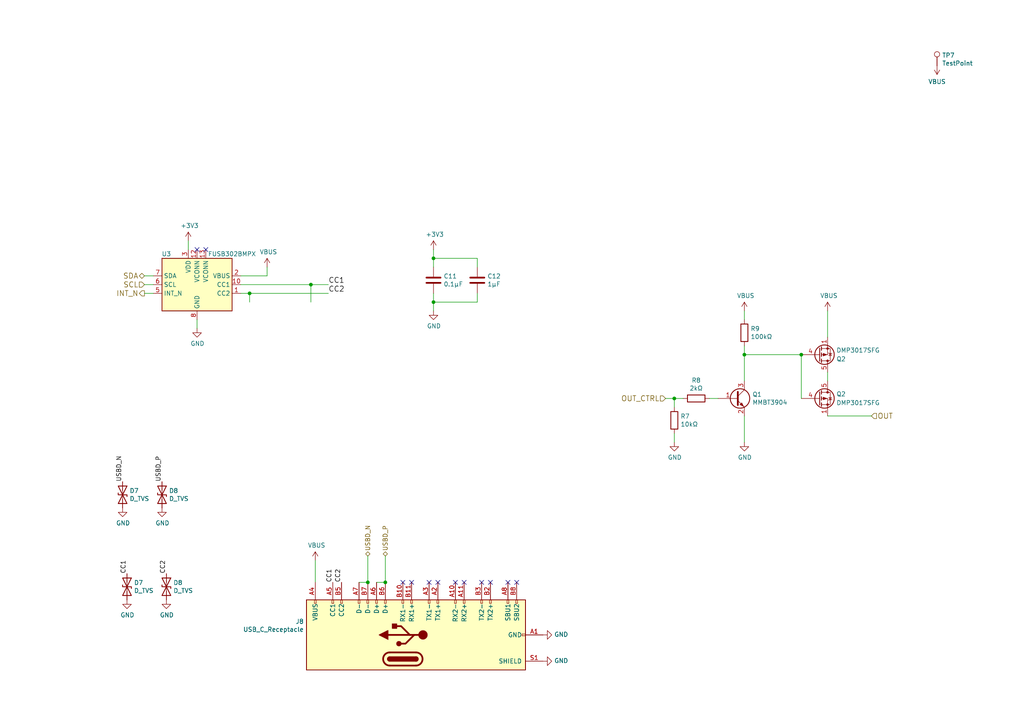
<source format=kicad_sch>
(kicad_sch (version 20230121) (generator eeschema)
  (paper "A4")
  (lib_symbols
    (symbol "Connector:TestPoint" (pin_numbers hide) (pin_names (offset 0.762) hide)
      (property "Reference" "TP" (at 0 6.858 0))
      (property "Value" "TestPoint" (at 0 5.08 0))
      (symbol "TestPoint_0_1"
        (circle (center 0 3.302) (radius 0.762))
      )
      (symbol "TestPoint_1_1"
        (pin passive line (at 0 0 90) (length 2.54) (name "1") (number "1"))
      )
    )
    (symbol "Device:C" (pin_numbers hide) (pin_names (offset 0.254))
      (property "Reference" "C" (at 0.635 2.54 0))
      (property "Value" "C" (at 0.635 -2.54 0))
      (symbol "C_0_1"
        (polyline (pts (xy -2.032 -0.762) (xy 2.032 -0.762)) (stroke (width 0.508)))
        (polyline (pts (xy -2.032 0.762) (xy 2.032 0.762)) (stroke (width 0.508)))
      )
      (symbol "C_1_1"
        (pin passive line (at 0 3.81 270) (length 2.794) (name "~") (number "1"))
        (pin passive line (at 0 -3.81 90) (length 2.794) (name "~") (number "2"))
      )
    )
    (symbol "Device:D_TVS" (pin_numbers hide) (pin_names (offset 1.016) hide)
      (property "Reference" "D" (at 0 2.54 0))
      (property "Value" "D_TVS" (at 0 -2.54 0))
      (symbol "D_TVS_0_1"
        (polyline (pts (xy 1.27 0) (xy -1.27 0)))
        (polyline (pts (xy 0.508 1.27) (xy 0 1.27) (xy 0 -1.27) (xy -0.508 -1.27)) (stroke (width 0.254)))
        (polyline (pts (xy -2.54 1.27) (xy -2.54 -1.27) (xy 2.54 1.27) (xy 2.54 -1.27) (xy -2.54 1.27)) (stroke (width 0.254)))
      )
      (symbol "D_TVS_1_1"
        (pin passive line (at -3.81 0 0) (length 2.54) (name "A1") (number "1"))
        (pin passive line (at 3.81 0 180) (length 2.54) (name "A2") (number "2"))
      )
    )
    (symbol "Device:R" (pin_numbers hide) (pin_names (offset 0))
      (property "Reference" "R" (at 2.032 0 90))
      (property "Value" "R" (at 0 0 90))
      (symbol "R_0_1"
        (rectangle (start -1.016 -2.54) (end 1.016 2.54) (stroke (width 0.254)))
      )
      (symbol "R_1_1"
        (pin passive line (at 0 3.81 270) (length 1.27) (name "~") (number "1"))
        (pin passive line (at 0 -3.81 90) (length 1.27) (name "~") (number "2"))
      )
    )
    (symbol "Interface_USB:FUSB302BMPX"
      (property "Reference" "U" (at -10.16 8.89 0))
      (property "Value" "FUSB302BMPX" (at 3.81 8.89 0))
      (symbol "FUSB302BMPX_0_1"
        (rectangle (start -10.16 7.62) (end 10.16 -7.62) (stroke (width 0.254)) (fill (type background)))
      )
      (symbol "FUSB302BMPX_1_1"
        (pin bidirectional line (at 12.7 -2.54 180) (length 2.54) (name "CC2") (number "1"))
        (pin bidirectional line (at 12.7 0 180) (length 2.54) (name "CC1") (number "10"))
        (pin bidirectional line (at 12.7 0 180) (length 2.54) hide (name "CC1") (number "11"))
        (pin power_in line (at 0 10.16 270) (length 2.54) (name "VCONN") (number "12"))
        (pin power_in line (at 2.54 10.16 270) (length 2.54) (name "VCONN") (number "13"))
        (pin bidirectional line (at 12.7 -2.54 180) (length 2.54) hide (name "CC2") (number "14"))
        (pin passive line (at 0 -10.16 90) (length 2.54) hide (name "GND") (number "15"))
        (pin input line (at 12.7 2.54 180) (length 2.54) (name "VBUS") (number "2"))
        (pin power_in line (at -2.54 10.16 270) (length 2.54) (name "VDD") (number "3"))
        (pin passive line (at -2.54 10.16 270) (length 2.54) hide (name "VDD") (number "4"))
        (pin open_collector line (at -12.7 -2.54 0) (length 2.54) (name "INT_N") (number "5"))
        (pin input line (at -12.7 0 0) (length 2.54) (name "SCL") (number "6"))
        (pin bidirectional line (at -12.7 2.54 0) (length 2.54) (name "SDA") (number "7"))
        (pin power_in line (at 0 -10.16 90) (length 2.54) (name "GND") (number "8"))
        (pin passive line (at 0 -10.16 90) (length 2.54) hide (name "GND") (number "9"))
      )
    )
    (symbol "SmallKat-v2-rescue:USB_C_Receptacle-Connector-SmallKat-v2-rescue-SmallKat-v2-rescue-SmallKat-v2-rescue-SmallKat-v2-rescue-SmallKat-v2-rescue-SmallKat-v2-rescue-SmallKat-v2-rescue-SmallKat-v2-rescue-SmallKat-v2-rescue-SmallKat-v2-rescue-SmallKat-v2-rescue-SmallKat-v2-rescue-SmallKat-v2-rescue-SmallKat-v2-rescue" (pin_names (offset 1.016))
      (property "Reference" "J" (at -10.16 29.21 0))
      (property "Value" "SmallKat-v2-rescue_USB_C_Receptacle-Connector-SmallKat-v2-rescue-SmallKat-v2-rescue-SmallKat-v2-rescue-SmallKat-v2-rescue-SmallKat-v2-rescue-SmallKat-v2-rescue-SmallKat-v2-rescue-SmallKat-v2-rescue-SmallKat-v2-rescue-SmallKat-v2-rescue-SmallKat-v2-rescue-SmallKat-v2-rescue-SmallKat-v2-rescue-SmallKat-v2-rescue" (at 10.16 29.21 0))
      (symbol "USB_C_Receptacle-Connector-SmallKat-v2-rescue-SmallKat-v2-rescue-SmallKat-v2-rescue-SmallKat-v2-rescue-SmallKat-v2-rescue-SmallKat-v2-rescue-SmallKat-v2-rescue-SmallKat-v2-rescue-SmallKat-v2-rescue-SmallKat-v2-rescue-SmallKat-v2-rescue-SmallKat-v2-rescue-SmallKat-v2-rescue-SmallKat-v2-rescue_0_0"
        (rectangle (start -0.254 -35.56) (end 0.254 -34.544))
        (rectangle (start 10.16 -32.766) (end 9.144 -33.274))
        (rectangle (start 10.16 -30.226) (end 9.144 -30.734))
        (rectangle (start 10.16 -25.146) (end 9.144 -25.654))
        (rectangle (start 10.16 -22.606) (end 9.144 -23.114))
        (rectangle (start 10.16 -17.526) (end 9.144 -18.034))
        (rectangle (start 10.16 -14.986) (end 9.144 -15.494))
        (rectangle (start 10.16 -9.906) (end 9.144 -10.414))
        (rectangle (start 10.16 -7.366) (end 9.144 -7.874))
        (rectangle (start 10.16 -2.286) (end 9.144 -2.794))
        (rectangle (start 10.16 0.254) (end 9.144 -0.254))
        (rectangle (start 10.16 5.334) (end 9.144 4.826))
        (rectangle (start 10.16 7.874) (end 9.144 7.366))
        (rectangle (start 10.16 10.414) (end 9.144 9.906))
        (rectangle (start 10.16 12.954) (end 9.144 12.446))
        (rectangle (start 10.16 18.034) (end 9.144 17.526))
        (rectangle (start 10.16 20.574) (end 9.144 20.066))
        (rectangle (start 10.16 25.654) (end 9.144 25.146))
      )
      (symbol "USB_C_Receptacle-Connector-SmallKat-v2-rescue-SmallKat-v2-rescue-SmallKat-v2-rescue-SmallKat-v2-rescue-SmallKat-v2-rescue-SmallKat-v2-rescue-SmallKat-v2-rescue-SmallKat-v2-rescue-SmallKat-v2-rescue-SmallKat-v2-rescue-SmallKat-v2-rescue-SmallKat-v2-rescue-SmallKat-v2-rescue-SmallKat-v2-rescue_0_1"
        (rectangle (start -10.16 27.94) (end 10.16 -35.56) (stroke (width 0.254)) (fill (type background)))
        (arc (start -8.89 -3.81) (mid -6.985 -5.7067) (end -5.08 -3.81) (stroke (width 0.508)))
        (arc (start -7.62 -3.81) (mid -6.985 -4.4423) (end -6.35 -3.81) (stroke (width 0.254)))
        (arc (start -7.62 -3.81) (mid -6.985 -4.4423) (end -6.35 -3.81) (stroke (width 0.254)) (fill (type outline)))
        (rectangle (start -7.62 -3.81) (end -6.35 3.81) (stroke (width 0.254)) (fill (type outline)))
        (arc (start -6.35 3.81) (mid -6.985 4.4423) (end -7.62 3.81) (stroke (width 0.254)))
        (arc (start -6.35 3.81) (mid -6.985 4.4423) (end -7.62 3.81) (stroke (width 0.254)) (fill (type outline)))
        (arc (start -5.08 3.81) (mid -6.985 5.7067) (end -8.89 3.81) (stroke (width 0.508)))
        (polyline (pts (xy -8.89 -3.81) (xy -8.89 3.81)) (stroke (width 0.508)))
        (polyline (pts (xy -5.08 3.81) (xy -5.08 -3.81)) (stroke (width 0.508)))
      )
      (symbol "USB_C_Receptacle-Connector-SmallKat-v2-rescue-SmallKat-v2-rescue-SmallKat-v2-rescue-SmallKat-v2-rescue-SmallKat-v2-rescue-SmallKat-v2-rescue-SmallKat-v2-rescue-SmallKat-v2-rescue-SmallKat-v2-rescue-SmallKat-v2-rescue-SmallKat-v2-rescue-SmallKat-v2-rescue-SmallKat-v2-rescue-SmallKat-v2-rescue_1_1"
        (circle (center -2.54 1.143) (radius 0.635) (stroke (width 0.254)) (fill (type outline)))
        (circle (center 0 -5.842) (radius 1.27) (fill (type outline)))
        (polyline (pts (xy 0 -5.842) (xy 0 4.318)) (stroke (width 0.508)))
        (polyline (pts (xy 0 -3.302) (xy -2.54 -0.762) (xy -2.54 0.508)) (stroke (width 0.508)))
        (polyline (pts (xy 0 -2.032) (xy 2.54 0.508) (xy 2.54 1.778)) (stroke (width 0.508)))
        (polyline (pts (xy -1.27 4.318) (xy 0 6.858) (xy 1.27 4.318) (xy -1.27 4.318)) (stroke (width 0.254)) (fill (type outline)))
        (rectangle (start 1.905 1.778) (end 3.175 3.048) (stroke (width 0.254)) (fill (type outline)))
        (pin power_in line (at 0 -40.64 90) (length 5.08) (name "GND") (number "A1"))
        (pin bidirectional line (at 15.24 -15.24 180) (length 5.08) (name "RX2-") (number "A10"))
        (pin bidirectional line (at 15.24 -17.78 180) (length 5.08) (name "RX2+") (number "A11"))
        (pin passive line (at 0 -40.64 90) (length 5.08) hide (name "GND") (number "A12"))
        (pin bidirectional line (at 15.24 -10.16 180) (length 5.08) (name "TX1+") (number "A2"))
        (pin bidirectional line (at 15.24 -7.62 180) (length 5.08) (name "TX1-") (number "A3"))
        (pin power_in line (at 15.24 25.4 180) (length 5.08) (name "VBUS") (number "A4"))
        (pin bidirectional line (at 15.24 20.32 180) (length 5.08) (name "CC1") (number "A5"))
        (pin bidirectional line (at 15.24 7.62 180) (length 5.08) (name "D+") (number "A6"))
        (pin bidirectional line (at 15.24 12.7 180) (length 5.08) (name "D-") (number "A7"))
        (pin bidirectional line (at 15.24 -30.48 180) (length 5.08) (name "SBU1") (number "A8"))
        (pin passive line (at 15.24 25.4 180) (length 5.08) hide (name "VBUS") (number "A9"))
        (pin passive line (at 0 -40.64 90) (length 5.08) hide (name "GND") (number "B1"))
        (pin bidirectional line (at 15.24 0 180) (length 5.08) (name "RX1-") (number "B10"))
        (pin bidirectional line (at 15.24 -2.54 180) (length 5.08) (name "RX1+") (number "B11"))
        (pin passive line (at 0 -40.64 90) (length 5.08) hide (name "GND") (number "B12"))
        (pin bidirectional line (at 15.24 -25.4 180) (length 5.08) (name "TX2+") (number "B2"))
        (pin bidirectional line (at 15.24 -22.86 180) (length 5.08) (name "TX2-") (number "B3"))
        (pin passive line (at 15.24 25.4 180) (length 5.08) hide (name "VBUS") (number "B4"))
        (pin bidirectional line (at 15.24 17.78 180) (length 5.08) (name "CC2") (number "B5"))
        (pin bidirectional line (at 15.24 5.08 180) (length 5.08) (name "D+") (number "B6"))
        (pin bidirectional line (at 15.24 10.16 180) (length 5.08) (name "D-") (number "B7"))
        (pin bidirectional line (at 15.24 -33.02 180) (length 5.08) (name "SBU2") (number "B8"))
        (pin passive line (at 15.24 25.4 180) (length 5.08) hide (name "VBUS") (number "B9"))
        (pin passive line (at -7.62 -40.64 90) (length 5.08) (name "SHIELD") (number "S1"))
      )
    )
    (symbol "Transistor_BJT:MMBT3904" (pin_names (offset 0) hide)
      (property "Reference" "Q" (at 5.08 1.905 0))
      (property "Value" "MMBT3904" (at 5.08 0 0))
      (symbol "MMBT3904_0_1"
        (polyline (pts (xy 0.635 0.635) (xy 2.54 2.54)))
        (polyline (pts (xy 0.635 -0.635) (xy 2.54 -2.54) (xy 2.54 -2.54)))
        (polyline (pts (xy 0.635 1.905) (xy 0.635 -1.905) (xy 0.635 -1.905)) (stroke (width 0.508)))
        (polyline (pts (xy 1.27 -1.778) (xy 1.778 -1.27) (xy 2.286 -2.286) (xy 1.27 -1.778) (xy 1.27 -1.778)) (fill (type outline)))
        (circle (center 1.27 0) (radius 2.8194) (stroke (width 0.254)))
      )
      (symbol "MMBT3904_1_1"
        (pin input line (at -5.08 0 0) (length 5.715) (name "B") (number "1"))
        (pin passive line (at 2.54 -5.08 90) (length 2.54) (name "E") (number "2"))
        (pin passive line (at 2.54 5.08 270) (length 2.54) (name "C") (number "3"))
      )
    )
    (symbol "pd-buddy-sink-rescue:DMP3017SFG-pd-buddy" (pin_names (offset 0) hide)
      (property "Reference" "Q" (at 5.08 1.27 0))
      (property "Value" "pd-buddy:DMP3017SFG" (at 5.08 -1.27 0))
      (symbol "DMP3017SFG-pd-buddy_0_1"
        (polyline (pts (xy 0.762 -1.778) (xy 2.54 -1.778)))
        (polyline (pts (xy 0.762 -1.27) (xy 0.762 -2.286)) (stroke (width 0.254)))
        (polyline (pts (xy 0.762 0) (xy 2.54 0)))
        (polyline (pts (xy 0.762 0.508) (xy 0.762 -0.508)) (stroke (width 0.254)))
        (polyline (pts (xy 0.762 1.778) (xy 2.54 1.778)))
        (polyline (pts (xy 0.762 2.286) (xy 0.762 1.27)) (stroke (width 0.254)))
        (polyline (pts (xy 2.54 -1.778) (xy 2.54 -2.54)))
        (polyline (pts (xy 2.54 -1.778) (xy 2.54 0)))
        (polyline (pts (xy 2.54 2.54) (xy 2.54 1.778)))
        (polyline (pts (xy 0.254 1.905) (xy 0.254 -1.905) (xy 0.254 -1.905)) (stroke (width 0.254)))
        (polyline (pts (xy 2.286 0) (xy 1.27 -0.381) (xy 1.27 0.381) (xy 2.286 0)) (fill (type outline)))
        (polyline (pts (xy 2.54 -1.778) (xy 3.302 -1.778) (xy 3.302 1.778) (xy 2.54 1.778)))
        (polyline (pts (xy 2.794 -0.508) (xy 2.921 -0.381) (xy 3.683 -0.381) (xy 3.81 -0.254)))
        (polyline (pts (xy 3.302 -0.381) (xy 2.921 0.254) (xy 3.683 0.254) (xy 3.302 -0.381)))
        (circle (center 1.651 0) (radius 2.8194) (stroke (width 0.254)))
        (circle (center 2.54 -1.778) (radius 0.2794) (fill (type outline)))
        (circle (center 2.54 1.778) (radius 0.2794) (fill (type outline)))
      )
      (symbol "DMP3017SFG-pd-buddy_1_1"
        (pin passive line (at 2.54 -5.08 90) (length 2.54) (name "S") (number "1"))
        (pin passive line (at 2.54 -5.08 90) (length 2.54) hide (name "S") (number "2"))
        (pin passive line (at 2.54 -5.08 90) (length 2.54) hide (name "S") (number "3"))
        (pin input line (at -5.08 0 0) (length 5.334) (name "G") (number "4"))
        (pin passive line (at 2.54 5.08 270) (length 2.54) (name "D") (number "5"))
      )
    )
    (symbol "power:+3V3" (power) (pin_names (offset 0))
      (property "Value" "+3V3" (at 0 3.556 0))
      (symbol "+3V3_0_1"
        (polyline (pts (xy -0.762 1.27) (xy 0 2.54)))
        (polyline (pts (xy 0 0) (xy 0 2.54)))
        (polyline (pts (xy 0 2.54) (xy 0.762 1.27)))
      )
      (symbol "+3V3_1_1"
        (pin power_in line (at 0 0 90) (length 0) hide (name "+3V3") (number "1"))
      )
    )
    (symbol "power:GND" (power) (pin_names (offset 0))
      (property "Value" "GND" (at 0 -3.81 0))
      (symbol "GND_0_1"
        (polyline (pts (xy 0 0) (xy 0 -1.27) (xy 1.27 -1.27) (xy 0 -2.54) (xy -1.27 -1.27) (xy 0 -1.27)))
      )
      (symbol "GND_1_1"
        (pin power_in line (at 0 0 270) (length 0) hide (name "GND") (number "1"))
      )
    )
    (symbol "power:VBUS" (power) (pin_names (offset 0))
      (property "Value" "VBUS" (at 0 3.81 0))
      (symbol "VBUS_0_1"
        (polyline (pts (xy -0.762 1.27) (xy 0 2.54)))
        (polyline (pts (xy 0 0) (xy 0 2.54)))
        (polyline (pts (xy 0 2.54) (xy 0.762 1.27)))
      )
      (symbol "VBUS_1_1"
        (pin power_in line (at 0 0 90) (length 0) hide (name "VBUS") (number "1"))
      )
    )
  )
  (junction (at 111.76 168.91))
  (junction (at 72.39 85.09))
  (junction (at 195.58 115.57))
  (junction (at 125.73 87.63))
  (junction (at 90.17 82.55))
  (junction (at 106.68 168.91))
  (junction (at 215.9 102.87))
  (junction (at 125.73 74.93))
  (junction (at 232.41 102.87))
  (no_connect (at 132.08 168.91))
  (no_connect (at 124.46 168.91))
  (no_connect (at 119.38 168.91))
  (no_connect (at 147.32 168.91))
  (no_connect (at 134.62 168.91))
  (no_connect (at 142.24 168.91))
  (no_connect (at 139.7 168.91))
  (no_connect (at 59.69 72.39))
  (no_connect (at 116.84 168.91))
  (no_connect (at 149.86 168.91))
  (no_connect (at 127 168.91))
  (no_connect (at 57.15 72.39))
  (wire (pts (xy 195.58 115.57) (xy 198.12 115.57)))
  (wire (pts (xy 193.04 115.57) (xy 195.58 115.57)))
  (wire (pts (xy 138.43 74.93) (xy 125.73 74.93)))
  (wire (pts (xy 138.43 77.47) (xy 138.43 74.93)))
  (wire (pts (xy 109.22 168.91) (xy 111.76 168.91)))
  (wire (pts (xy 215.9 128.27) (xy 215.9 120.65)))
  (wire (pts (xy 72.39 87.63) (xy 72.39 85.09)))
  (wire (pts (xy 240.03 97.79) (xy 240.03 90.17)))
  (wire (pts (xy 57.15 92.71) (xy 57.15 95.25)))
  (wire (pts (xy 125.73 87.63) (xy 125.73 90.17)))
  (wire (pts (xy 54.61 69.85) (xy 54.61 72.39)))
  (wire (pts (xy 44.45 85.09) (xy 41.91 85.09)))
  (wire (pts (xy 44.45 80.01) (xy 41.91 80.01)))
  (wire (pts (xy 125.73 74.93) (xy 125.73 77.47)))
  (wire (pts (xy 106.68 168.91) (xy 104.14 168.91)))
  (wire (pts (xy 215.9 100.33) (xy 215.9 102.87)))
  (wire (pts (xy 215.9 90.17) (xy 215.9 92.71)))
  (wire (pts (xy 240.03 107.95) (xy 240.03 110.49)))
  (wire (pts (xy 205.74 115.57) (xy 208.28 115.57)))
  (wire (pts (xy 195.58 118.11) (xy 195.58 115.57)))
  (wire (pts (xy 125.73 85.09) (xy 125.73 87.63)))
  (wire (pts (xy 125.73 87.63) (xy 138.43 87.63)))
  (wire (pts (xy 77.47 80.01) (xy 77.47 77.47)))
  (wire (pts (xy 240.03 120.65) (xy 252.73 120.65)))
  (wire (pts (xy 215.9 102.87) (xy 232.41 102.87)))
  (wire (pts (xy 215.9 102.87) (xy 215.9 110.49)))
  (wire (pts (xy 90.17 82.55) (xy 95.25 82.55)))
  (wire (pts (xy 69.85 80.01) (xy 77.47 80.01)))
  (wire (pts (xy 69.85 85.09) (xy 72.39 85.09)))
  (wire (pts (xy 138.43 87.63) (xy 138.43 85.09)))
  (wire (pts (xy 232.41 102.87) (xy 232.41 115.57)))
  (wire (pts (xy 106.68 161.29) (xy 106.68 168.91)))
  (wire (pts (xy 72.39 85.09) (xy 95.25 85.09)))
  (wire (pts (xy 125.73 72.39) (xy 125.73 74.93)))
  (wire (pts (xy 91.44 168.91) (xy 91.44 162.56)))
  (wire (pts (xy 69.85 82.55) (xy 90.17 82.55)))
  (wire (pts (xy 195.58 128.27) (xy 195.58 125.73)))
  (wire (pts (xy 41.91 82.55) (xy 44.45 82.55)))
  (wire (pts (xy 111.76 161.29) (xy 111.76 168.91)))
  (wire (pts (xy 90.17 87.63) (xy 90.17 82.55)))
  (label "CC1" (at 36.83 166.37 90))
  (label "CC2" (at 99.06 168.91 90))
  (label "CC2" (at 95.25 85.09 0) (effects (font (size 1.524 1.524))))
  (label "CC1" (at 95.25 82.55 0) (effects (font (size 1.524 1.524))))
  (label "USBD_N" (at 35.56 139.7 90))
  (label "USBD_P" (at 46.99 139.7 90))
  (label "CC1" (at 96.52 168.91 90))
  (label "CC2" (at 48.26 166.37 90))
  (hierarchical_label "OUT_CTRL" (shape input) (at 193.04 115.57 180) (effects (font (size 1.524 1.524))))
  (hierarchical_label "OUT" (shape input) (at 252.73 120.65 0) (effects (font (size 1.524 1.524))))
  (hierarchical_label "INT_N" (shape output) (at 41.91 85.09 180) (effects (font (size 1.524 1.524))))
  (hierarchical_label "SDA" (shape bidirectional) (at 41.91 80.01 180) (effects (font (size 1.524 1.524))))
  (hierarchical_label "USBD_N" (shape bidirectional) (at 106.68 161.29 90))
  (hierarchical_label "SCL" (shape input) (at 41.91 82.55 180) (effects (font (size 1.524 1.524))))
  (hierarchical_label "USBD_P" (shape bidirectional) (at 111.76 161.29 90))
  (symbol (lib_id "power:+3V3") (at 54.61 69.85 0) (unit 1)
    (property "Reference" "#PWR0127" (effects hide))
    (property "Value" "+3V3" (at 54.991 65.4558 0))
    (instances (project "pd-buddy-sink" (path "" (reference "#PWR0127") (unit 1))) (project "SmallKat Motherboard" (path "" (reference "#PWR07") (unit 1))))
  )
  (symbol (lib_id "power:GND") (at 48.26 173.99 0) (unit 1)
    (property "Reference" "#PWR0139" (effects hide))
    (property "Value" "GND" (at 48.387 178.3842 0))
    (instances (project "SmallKat Motherboard" (path "" (reference "#PWR0139") (unit 1)) (path "" (reference "#PWR024") (unit 1))))
  )
  (symbol (lib_id "power:VBUS") (at 215.9 90.17 0) (unit 1)
    (property "Reference" "#PWR0122" (effects hide))
    (property "Value" "VBUS" (at 216.281 85.7758 0))
    (instances (project "pd-buddy-sink" (path "" (reference "#PWR0122") (unit 1))) (project "SmallKat Motherboard" (path "" (reference "#PWR03") (unit 1))))
  )
  (symbol (lib_id "SmallKat-v2-rescue:USB_C_Receptacle-Connector-SmallKat-v2-rescue-SmallKat-v2-rescue-SmallKat-v2-rescue-SmallKat-v2-rescue-SmallKat-v2-rescue-SmallKat-v2-rescue-SmallKat-v2-rescue-SmallKat-v2-rescue-SmallKat-v2-rescue-SmallKat-v2-rescue-SmallKat-v2-rescue-SmallKat-v2-rescue-SmallKat-v2-rescue-SmallKat-v2-rescue") (at 116.84 184.15 90) (unit 1)
    (property "Reference" "J8" (at 88.138 180.2638 90) (effects (justify left)))
    (property "Value" "USB_C_Receptacle" (at 88.138 182.5752 90) (effects (justify left)))
    (property "Footprint" "C167321:C167321" (effects hide))
    (property "Datasheet" "https://www.usb.org/sites/default/files/documents/usb_type-c.zip" (effects hide))
  )
  (symbol (lib_id "power:VBUS") (at 240.03 90.17 0) (unit 1)
    (property "Reference" "#PWR0123" (effects hide))
    (property "Value" "VBUS" (at 240.411 85.7758 0))
    (instances (project "pd-buddy-sink" (path "" (reference "#PWR0123") (unit 1))) (project "SmallKat Motherboard" (path "" (reference "#PWR05") (unit 1))))
  )
  (symbol (lib_id "power:VBUS") (at 271.78 19.05 180) (unit 1)
    (property "Reference" "#PWR0155" (effects hide))
    (property "Value" "VBUS" (at 271.78 23.6982 0))
    (instances (project "SmallKat Motherboard" (path "" (reference "#PWR0155") (unit 1)) (path "" (reference "#PWR020") (unit 1))))
  )
  (symbol (lib_id "Transistor_BJT:MMBT3904") (at 213.36 115.57 0) (unit 1)
    (property "Reference" "Q1" (at 218.2114 114.4016 0) (effects (justify left)))
    (property "Value" "MMBT3904" (at 218.2114 116.713 0) (effects (justify left)))
    (property "Footprint" "Package_TO_SOT_SMD:SOT-23" (effects hide))
    (property "Datasheet" "https://www.fairchildsemi.com/datasheets/2N/2N3904.pdf" (effects hide))
  )
  (symbol (lib_id "power:GND") (at 157.48 191.77 90) (unit 1)
    (property "Reference" "#PWR0141" (effects hide))
    (property "Value" "GND" (at 160.7312 191.643 90) (effects (justify right)))
    (instances (project "SmallKat Motherboard" (path "" (reference "#PWR0141") (unit 1)) (path "" (reference "#PWR022") (unit 1))))
  )
  (symbol (lib_id "Device:R") (at 195.58 121.92 0) (unit 1)
    (property "Reference" "R7" (at 197.358 120.7516 0) (effects (justify left)))
    (property "Value" "10kΩ" (at 197.358 123.063 0) (effects (justify left)))
    (property "Footprint" "Resistor_SMD:R_0402_1005Metric" (effects hide))
    (instances (project "pd-buddy-sink" (path "" (reference "R7") (unit 1))) (project "SmallKat Motherboard" (path "" (reference "R21") (unit 1))))
  )
  (symbol (lib_id "power:+3V3") (at 125.73 72.39 0) (unit 1)
    (property "Reference" "#PWR0128" (effects hide))
    (property "Value" "+3V3" (at 126.111 67.9958 0))
    (instances (project "pd-buddy-sink" (path "" (reference "#PWR0128") (unit 1))) (project "SmallKat Motherboard" (path "" (reference "#PWR016") (unit 1))))
  )
  (symbol (lib_id "power:GND") (at 195.58 128.27 0) (unit 1)
    (property "Reference" "#PWR0126" (effects hide))
    (property "Value" "GND" (at 195.707 132.6642 0))
    (instances (project "pd-buddy-sink" (path "" (reference "#PWR0126") (unit 1))) (project "SmallKat Motherboard" (path "" (reference "#PWR02") (unit 1))))
  )
  (symbol (lib_id "power:GND") (at 36.83 173.99 0) (unit 1)
    (property "Reference" "#PWR0138" (effects hide))
    (property "Value" "GND" (at 36.957 178.3842 0))
    (instances (project "SmallKat Motherboard" (path "" (reference "#PWR0138") (unit 1)) (path "" (reference "#PWR023") (unit 1))))
  )
  (symbol (lib_id "power:GND") (at 46.99 147.32 0) (unit 1)
    (property "Reference" "#PWR0139" (effects hide))
    (property "Value" "GND" (at 47.117 151.7142 0))
    (instances (project "SmallKat Motherboard" (path "" (reference "#PWR0139") (unit 1)) (path "" (reference "#PWR018") (unit 1))))
  )
  (symbol (lib_id "power:GND") (at 125.73 90.17 0) (unit 1)
    (property "Reference" "#PWR0129" (effects hide))
    (property "Value" "GND" (at 125.857 94.5642 0))
    (instances (project "pd-buddy-sink" (path "" (reference "#PWR0129") (unit 1))) (project "SmallKat Motherboard" (path "" (reference "#PWR017") (unit 1))))
  )
  (symbol (lib_id "power:VBUS") (at 77.47 77.47 0) (unit 1)
    (property "Reference" "#PWR0133" (effects hide))
    (property "Value" "VBUS" (at 77.851 73.0758 0))
    (instances (project "pd-buddy-sink" (path "" (reference "#PWR0133") (unit 1))) (project "SmallKat Motherboard" (path "" (reference "#PWR014") (unit 1))))
  )
  (symbol (lib_id "Device:D_TVS") (at 36.83 170.18 270) (unit 1)
    (property "Reference" "D7" (at 38.8366 169.0116 90) (effects (justify left)))
    (property "Value" "D_TVS" (at 38.8366 171.323 90) (effects (justify left)))
    (property "Footprint" "Diode_SMD:D_SOD-523" (effects hide))
    (instances (project "SmallKat Motherboard" (path "" (reference "D7") (unit 1)) (path "" (reference "D14") (unit 1))))
  )
  (symbol (lib_id "power:GND") (at 157.48 184.15 90) (unit 1)
    (property "Reference" "#PWR0140" (effects hide))
    (property "Value" "GND" (at 160.7312 184.023 90) (effects (justify right)))
    (instances (project "SmallKat Motherboard" (path "" (reference "#PWR0140") (unit 1)) (path "" (reference "#PWR021") (unit 1))))
  )
  (symbol (lib_id "Device:R") (at 201.93 115.57 90) (mirror x) (unit 1)
    (property "Reference" "R8" (at 201.93 110.3122 90))
    (property "Value" "2kΩ" (at 201.93 112.6236 90))
    (property "Footprint" "Resistor_SMD:R_0402_1005Metric" (effects hide))
    (instances (project "pd-buddy-sink" (path "" (reference "R8") (unit 1))) (project "SmallKat Motherboard" (path "" (reference "R22") (unit 1))))
  )
  (symbol (lib_id "power:GND") (at 215.9 128.27 0) (unit 1)
    (property "Reference" "#PWR0125" (effects hide))
    (property "Value" "GND" (at 216.027 132.6642 0))
    (instances (project "pd-buddy-sink" (path "" (reference "#PWR0125") (unit 1))) (project "SmallKat Motherboard" (path "" (reference "#PWR04") (unit 1))))
  )
  (symbol (lib_id "pd-buddy-sink-rescue:DMP3017SFG-pd-buddy") (at 237.49 115.57 0) (unit 1)
    (property "Reference" "Q2" (at 242.57 114.3 0) (effects (justify left)))
    (property "Value" "DMP3017SFG" (at 242.57 116.84 0) (effects (justify left)))
    (property "Footprint" "Package_SON:Diodes_PowerDI3333-8" (effects hide))
    (property "Datasheet" "https://www.diodes.com/assets/Datasheets/DMP3017SFG.pdf" (effects hide))
    (instances (project "pd-buddy-sink" (path "" (reference "Q2") (unit 1))) (project "SmallKat Motherboard" (path "" (reference "Q5") (unit 1))))
  )
  (symbol (lib_id "Device:D_TVS") (at 46.99 143.51 270) (unit 1)
    (property "Reference" "D8" (at 48.9966 142.3416 90) (effects (justify left)))
    (property "Value" "D_TVS" (at 48.9966 144.653 90) (effects (justify left)))
    (property "Footprint" "Diode_SMD:D_SOD-523" (effects hide))
  )
  (symbol (lib_id "power:GND") (at 35.56 147.32 0) (unit 1)
    (property "Reference" "#PWR0138" (effects hide))
    (property "Value" "GND" (at 35.687 151.7142 0))
    (instances (project "SmallKat Motherboard" (path "" (reference "#PWR0138") (unit 1)) (path "" (reference "#PWR06") (unit 1))))
  )
  (symbol (lib_id "Device:D_TVS") (at 35.56 143.51 270) (unit 1)
    (property "Reference" "D7" (at 37.5666 142.3416 90) (effects (justify left)))
    (property "Value" "D_TVS" (at 37.5666 144.653 90) (effects (justify left)))
    (property "Footprint" "Diode_SMD:D_SOD-523" (effects hide))
  )
  (symbol (lib_id "Device:D_TVS") (at 48.26 170.18 270) (unit 1)
    (property "Reference" "D8" (at 50.2666 169.0116 90) (effects (justify left)))
    (property "Value" "D_TVS" (at 50.2666 171.323 90) (effects (justify left)))
    (property "Footprint" "Diode_SMD:D_SOD-523" (effects hide))
    (instances (project "SmallKat Motherboard" (path "" (reference "D8") (unit 1)) (path "" (reference "D17") (unit 1))))
  )
  (symbol (lib_id "Interface_USB:FUSB302BMPX") (at 57.15 82.55 0) (unit 1)
    (property "Reference" "U3" (at 48.26 73.66 0))
    (property "Value" "FUSB302BMPX" (at 67.31 73.66 0))
    (property "Footprint" "Package_DFN_QFN:WQFN-14-1EP_2.5x2.5mm_P0.5mm_EP1.45x1.45mm" (effects hide))
    (property "Datasheet" "http://www.onsemi.com/pub/Collateral/FUSB302B-D.PDF" (effects hide))
    (instances (project "pd-buddy-sink" (path "" (reference "U3") (unit 1))) (project "SmallKat Motherboard" (path "" (reference "U1") (unit 1))))
  )
  (symbol (lib_id "Device:C") (at 138.43 81.28 0) (unit 1)
    (property "Reference" "C12" (at 141.351 80.1116 0) (effects (justify left)))
    (property "Value" "1μF" (at 141.351 82.423 0) (effects (justify left)))
    (property "Footprint" "Capacitor_SMD:C_0402_1005Metric" (effects hide))
    (instances (project "pd-buddy-sink" (path "" (reference "C12") (unit 1))) (project "SmallKat Motherboard" (path "" (reference "C8") (unit 1))))
  )
  (symbol (lib_id "power:GND") (at 57.15 95.25 0) (unit 1)
    (property "Reference" "#PWR0132" (effects hide))
    (property "Value" "GND" (at 57.277 99.6442 0))
    (instances (project "pd-buddy-sink" (path "" (reference "#PWR0132") (unit 1))) (project "SmallKat Motherboard" (path "" (reference "#PWR08") (unit 1))))
  )
  (symbol (lib_id "power:VBUS") (at 91.44 162.56 0) (unit 1)
    (property "Reference" "#PWR0152" (effects hide))
    (property "Value" "VBUS" (at 91.821 158.1658 0))
    (instances (project "SmallKat Motherboard" (path "" (reference "#PWR0152") (unit 1)) (path "" (reference "#PWR019") (unit 1))))
  )
  (symbol (lib_id "Connector:TestPoint") (at 271.78 19.05 0) (unit 1) (in_bom no)
    (property "Reference" "TP7" (at 273.2532 16.0528 0) (effects (justify left)))
    (property "Value" "TestPoint" (at 273.2532 18.3642 0) (effects (justify left)))
    (property "Footprint" "TestPoint:TestPoint_Pad_D2.0mm" (effects hide))
  )
  (symbol (lib_id "Device:C") (at 125.73 81.28 0) (unit 1)
    (property "Reference" "C11" (at 128.651 80.1116 0) (effects (justify left)))
    (property "Value" "0.1μF" (at 128.651 82.423 0) (effects (justify left)))
    (property "Footprint" "Capacitor_SMD:C_0402_1005Metric" (effects hide))
    (instances (project "pd-buddy-sink" (path "" (reference "C11") (unit 1))) (project "SmallKat Motherboard" (path "" (reference "C7") (unit 1))))
  )
  (symbol (lib_id "pd-buddy-sink-rescue:DMP3017SFG-pd-buddy") (at 237.49 102.87 0) (mirror x) (unit 1)
    (property "Reference" "Q2" (at 242.57 104.14 0) (effects (justify left)))
    (property "Value" "DMP3017SFG" (at 242.57 101.6 0) (effects (justify left)))
    (property "Footprint" "Package_SON:Diodes_PowerDI3333-8" (effects hide))
    (property "Datasheet" "https://www.diodes.com/assets/Datasheets/DMP3017SFG.pdf" (effects hide))
    (instances (project "pd-buddy-sink" (path "" (reference "Q2") (unit 1))) (project "SmallKat Motherboard" (path "" (reference "Q4") (unit 1))))
  )
  (symbol (lib_id "Device:R") (at 215.9 96.52 0) (unit 1)
    (property "Reference" "R9" (at 217.678 95.3516 0) (effects (justify left)))
    (property "Value" "100kΩ" (at 217.678 97.663 0) (effects (justify left)))
    (property "Footprint" "Resistor_SMD:R_0402_1005Metric" (effects hide))
    (instances (project "pd-buddy-sink" (path "" (reference "R9") (unit 1))) (project "SmallKat Motherboard" (path "" (reference "R44") (unit 1))))
  )
)
</source>
